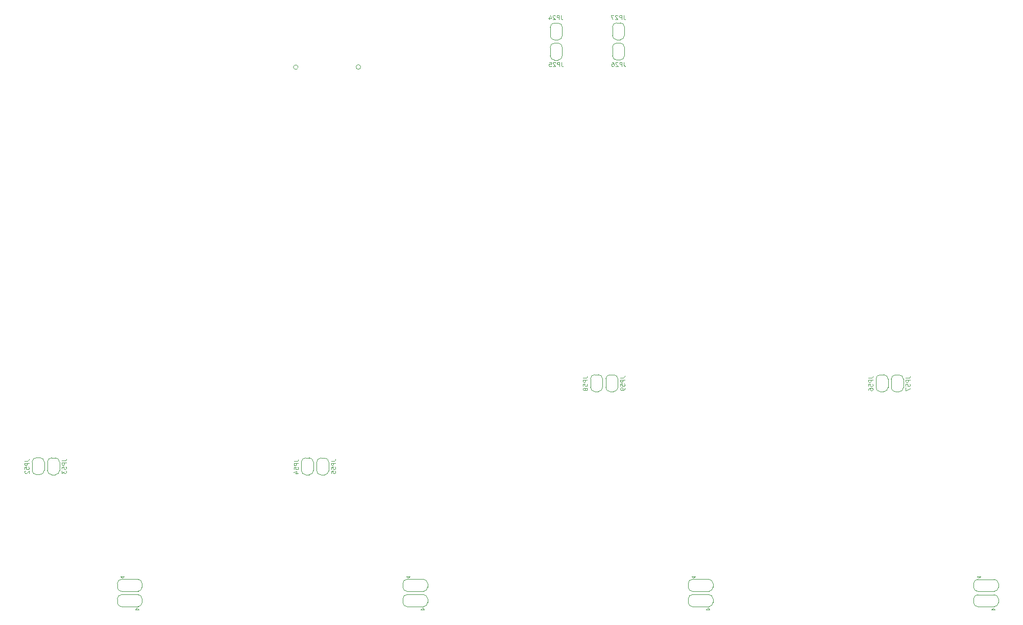
<source format=gbr>
%TF.GenerationSoftware,KiCad,Pcbnew,(6.0.4-0)*%
%TF.CreationDate,2022-05-25T01:46:17+02:00*%
%TF.ProjectId,decaVox,64656361-566f-4782-9e6b-696361645f70,rev?*%
%TF.SameCoordinates,Original*%
%TF.FileFunction,Legend,Bot*%
%TF.FilePolarity,Positive*%
%FSLAX46Y46*%
G04 Gerber Fmt 4.6, Leading zero omitted, Abs format (unit mm)*
G04 Created by KiCad (PCBNEW (6.0.4-0)) date 2022-05-25 01:46:17*
%MOMM*%
%LPD*%
G01*
G04 APERTURE LIST*
%ADD10C,0.100000*%
%ADD11C,0.120000*%
G04 APERTURE END LIST*
D10*
%TO.C,JP27*%
X213463866Y-107079466D02*
X213463866Y-107579466D01*
X213497200Y-107679466D01*
X213563866Y-107746133D01*
X213663866Y-107779466D01*
X213730533Y-107779466D01*
X213130533Y-107779466D02*
X213130533Y-107079466D01*
X212863866Y-107079466D01*
X212797200Y-107112800D01*
X212763866Y-107146133D01*
X212730533Y-107212800D01*
X212730533Y-107312800D01*
X212763866Y-107379466D01*
X212797200Y-107412800D01*
X212863866Y-107446133D01*
X213130533Y-107446133D01*
X212463866Y-107146133D02*
X212430533Y-107112800D01*
X212363866Y-107079466D01*
X212197200Y-107079466D01*
X212130533Y-107112800D01*
X212097200Y-107146133D01*
X212063866Y-107212800D01*
X212063866Y-107279466D01*
X212097200Y-107379466D01*
X212497200Y-107779466D01*
X212063866Y-107779466D01*
X211830533Y-107079466D02*
X211363866Y-107079466D01*
X211663866Y-107779466D01*
%TO.C,JP25*%
X203151466Y-114871466D02*
X203151466Y-115371466D01*
X203184800Y-115471466D01*
X203251466Y-115538133D01*
X203351466Y-115571466D01*
X203418133Y-115571466D01*
X202818133Y-115571466D02*
X202818133Y-114871466D01*
X202551466Y-114871466D01*
X202484800Y-114904800D01*
X202451466Y-114938133D01*
X202418133Y-115004800D01*
X202418133Y-115104800D01*
X202451466Y-115171466D01*
X202484800Y-115204800D01*
X202551466Y-115238133D01*
X202818133Y-115238133D01*
X202151466Y-114938133D02*
X202118133Y-114904800D01*
X202051466Y-114871466D01*
X201884800Y-114871466D01*
X201818133Y-114904800D01*
X201784800Y-114938133D01*
X201751466Y-115004800D01*
X201751466Y-115071466D01*
X201784800Y-115171466D01*
X202184800Y-115571466D01*
X201751466Y-115571466D01*
X201118133Y-114871466D02*
X201451466Y-114871466D01*
X201484800Y-115204800D01*
X201451466Y-115171466D01*
X201384800Y-115138133D01*
X201218133Y-115138133D01*
X201151466Y-115171466D01*
X201118133Y-115204800D01*
X201084800Y-115271466D01*
X201084800Y-115438133D01*
X201118133Y-115504800D01*
X201151466Y-115538133D01*
X201218133Y-115571466D01*
X201384800Y-115571466D01*
X201451466Y-115538133D01*
X201484800Y-115504800D01*
%TO.C,JP54*%
X158773066Y-181008833D02*
X159273066Y-181008833D01*
X159373066Y-180975500D01*
X159439733Y-180908833D01*
X159473066Y-180808833D01*
X159473066Y-180742166D01*
X159473066Y-181342166D02*
X158773066Y-181342166D01*
X158773066Y-181608833D01*
X158806400Y-181675500D01*
X158839733Y-181708833D01*
X158906400Y-181742166D01*
X159006400Y-181742166D01*
X159073066Y-181708833D01*
X159106400Y-181675500D01*
X159139733Y-181608833D01*
X159139733Y-181342166D01*
X158773066Y-182375500D02*
X158773066Y-182042166D01*
X159106400Y-182008833D01*
X159073066Y-182042166D01*
X159039733Y-182108833D01*
X159039733Y-182275500D01*
X159073066Y-182342166D01*
X159106400Y-182375500D01*
X159173066Y-182408833D01*
X159339733Y-182408833D01*
X159406400Y-182375500D01*
X159439733Y-182342166D01*
X159473066Y-182275500D01*
X159473066Y-182108833D01*
X159439733Y-182042166D01*
X159406400Y-182008833D01*
X159006400Y-183008833D02*
X159473066Y-183008833D01*
X158739733Y-182842166D02*
X159239733Y-182675500D01*
X159239733Y-183108833D01*
%TO.C,JP26*%
X213514666Y-114851866D02*
X213514666Y-115351866D01*
X213548000Y-115451866D01*
X213614666Y-115518533D01*
X213714666Y-115551866D01*
X213781333Y-115551866D01*
X213181333Y-115551866D02*
X213181333Y-114851866D01*
X212914666Y-114851866D01*
X212848000Y-114885200D01*
X212814666Y-114918533D01*
X212781333Y-114985200D01*
X212781333Y-115085200D01*
X212814666Y-115151866D01*
X212848000Y-115185200D01*
X212914666Y-115218533D01*
X213181333Y-115218533D01*
X212514666Y-114918533D02*
X212481333Y-114885200D01*
X212414666Y-114851866D01*
X212248000Y-114851866D01*
X212181333Y-114885200D01*
X212148000Y-114918533D01*
X212114666Y-114985200D01*
X212114666Y-115051866D01*
X212148000Y-115151866D01*
X212548000Y-115551866D01*
X212114666Y-115551866D01*
X211514666Y-114851866D02*
X211648000Y-114851866D01*
X211714666Y-114885200D01*
X211748000Y-114918533D01*
X211814666Y-115018533D01*
X211848000Y-115151866D01*
X211848000Y-115418533D01*
X211814666Y-115485200D01*
X211781333Y-115518533D01*
X211714666Y-115551866D01*
X211581333Y-115551866D01*
X211514666Y-115518533D01*
X211481333Y-115485200D01*
X211448000Y-115418533D01*
X211448000Y-115251866D01*
X211481333Y-115185200D01*
X211514666Y-115151866D01*
X211581333Y-115118533D01*
X211714666Y-115118533D01*
X211781333Y-115151866D01*
X211814666Y-115185200D01*
X211848000Y-115251866D01*
%TO.C,JP55*%
X164967266Y-180983433D02*
X165467266Y-180983433D01*
X165567266Y-180950100D01*
X165633933Y-180883433D01*
X165667266Y-180783433D01*
X165667266Y-180716766D01*
X165667266Y-181316766D02*
X164967266Y-181316766D01*
X164967266Y-181583433D01*
X165000600Y-181650100D01*
X165033933Y-181683433D01*
X165100600Y-181716766D01*
X165200600Y-181716766D01*
X165267266Y-181683433D01*
X165300600Y-181650100D01*
X165333933Y-181583433D01*
X165333933Y-181316766D01*
X164967266Y-182350100D02*
X164967266Y-182016766D01*
X165300600Y-181983433D01*
X165267266Y-182016766D01*
X165233933Y-182083433D01*
X165233933Y-182250100D01*
X165267266Y-182316766D01*
X165300600Y-182350100D01*
X165367266Y-182383433D01*
X165533933Y-182383433D01*
X165600600Y-182350100D01*
X165633933Y-182316766D01*
X165667266Y-182250100D01*
X165667266Y-182083433D01*
X165633933Y-182016766D01*
X165600600Y-181983433D01*
X164967266Y-183016766D02*
X164967266Y-182683433D01*
X165300600Y-182650100D01*
X165267266Y-182683433D01*
X165233933Y-182750100D01*
X165233933Y-182916766D01*
X165267266Y-182983433D01*
X165300600Y-183016766D01*
X165367266Y-183050100D01*
X165533933Y-183050100D01*
X165600600Y-183016766D01*
X165633933Y-182983433D01*
X165667266Y-182916766D01*
X165667266Y-182750100D01*
X165633933Y-182683433D01*
X165600600Y-182650100D01*
%TO.C,JP52*%
X114119866Y-180983433D02*
X114619866Y-180983433D01*
X114719866Y-180950100D01*
X114786533Y-180883433D01*
X114819866Y-180783433D01*
X114819866Y-180716766D01*
X114819866Y-181316766D02*
X114119866Y-181316766D01*
X114119866Y-181583433D01*
X114153200Y-181650100D01*
X114186533Y-181683433D01*
X114253200Y-181716766D01*
X114353200Y-181716766D01*
X114419866Y-181683433D01*
X114453200Y-181650100D01*
X114486533Y-181583433D01*
X114486533Y-181316766D01*
X114119866Y-182350100D02*
X114119866Y-182016766D01*
X114453200Y-181983433D01*
X114419866Y-182016766D01*
X114386533Y-182083433D01*
X114386533Y-182250100D01*
X114419866Y-182316766D01*
X114453200Y-182350100D01*
X114519866Y-182383433D01*
X114686533Y-182383433D01*
X114753200Y-182350100D01*
X114786533Y-182316766D01*
X114819866Y-182250100D01*
X114819866Y-182083433D01*
X114786533Y-182016766D01*
X114753200Y-181983433D01*
X114186533Y-182650100D02*
X114153200Y-182683433D01*
X114119866Y-182750100D01*
X114119866Y-182916766D01*
X114153200Y-182983433D01*
X114186533Y-183016766D01*
X114253200Y-183050100D01*
X114319866Y-183050100D01*
X114419866Y-183016766D01*
X114819866Y-182616766D01*
X114819866Y-183050100D01*
%TO.C,JP57*%
X260268066Y-167205933D02*
X260768066Y-167205933D01*
X260868066Y-167172600D01*
X260934733Y-167105933D01*
X260968066Y-167005933D01*
X260968066Y-166939266D01*
X260968066Y-167539266D02*
X260268066Y-167539266D01*
X260268066Y-167805933D01*
X260301400Y-167872600D01*
X260334733Y-167905933D01*
X260401400Y-167939266D01*
X260501400Y-167939266D01*
X260568066Y-167905933D01*
X260601400Y-167872600D01*
X260634733Y-167805933D01*
X260634733Y-167539266D01*
X260268066Y-168572600D02*
X260268066Y-168239266D01*
X260601400Y-168205933D01*
X260568066Y-168239266D01*
X260534733Y-168305933D01*
X260534733Y-168472600D01*
X260568066Y-168539266D01*
X260601400Y-168572600D01*
X260668066Y-168605933D01*
X260834733Y-168605933D01*
X260901400Y-168572600D01*
X260934733Y-168539266D01*
X260968066Y-168472600D01*
X260968066Y-168305933D01*
X260934733Y-168239266D01*
X260901400Y-168205933D01*
X260268066Y-168839266D02*
X260268066Y-169305933D01*
X260968066Y-169005933D01*
%TO.C,JP24*%
X203100666Y-107109466D02*
X203100666Y-107609466D01*
X203134000Y-107709466D01*
X203200666Y-107776133D01*
X203300666Y-107809466D01*
X203367333Y-107809466D01*
X202767333Y-107809466D02*
X202767333Y-107109466D01*
X202500666Y-107109466D01*
X202434000Y-107142800D01*
X202400666Y-107176133D01*
X202367333Y-107242800D01*
X202367333Y-107342800D01*
X202400666Y-107409466D01*
X202434000Y-107442800D01*
X202500666Y-107476133D01*
X202767333Y-107476133D01*
X202100666Y-107176133D02*
X202067333Y-107142800D01*
X202000666Y-107109466D01*
X201834000Y-107109466D01*
X201767333Y-107142800D01*
X201734000Y-107176133D01*
X201700666Y-107242800D01*
X201700666Y-107309466D01*
X201734000Y-107409466D01*
X202134000Y-107809466D01*
X201700666Y-107809466D01*
X201100666Y-107342800D02*
X201100666Y-107809466D01*
X201267333Y-107076133D02*
X201434000Y-107576133D01*
X201000666Y-107576133D01*
%TO.C,JP53*%
X120314066Y-180958033D02*
X120814066Y-180958033D01*
X120914066Y-180924700D01*
X120980733Y-180858033D01*
X121014066Y-180758033D01*
X121014066Y-180691366D01*
X121014066Y-181291366D02*
X120314066Y-181291366D01*
X120314066Y-181558033D01*
X120347400Y-181624700D01*
X120380733Y-181658033D01*
X120447400Y-181691366D01*
X120547400Y-181691366D01*
X120614066Y-181658033D01*
X120647400Y-181624700D01*
X120680733Y-181558033D01*
X120680733Y-181291366D01*
X120314066Y-182324700D02*
X120314066Y-181991366D01*
X120647400Y-181958033D01*
X120614066Y-181991366D01*
X120580733Y-182058033D01*
X120580733Y-182224700D01*
X120614066Y-182291366D01*
X120647400Y-182324700D01*
X120714066Y-182358033D01*
X120880733Y-182358033D01*
X120947400Y-182324700D01*
X120980733Y-182291366D01*
X121014066Y-182224700D01*
X121014066Y-182058033D01*
X120980733Y-181991366D01*
X120947400Y-181958033D01*
X120314066Y-182591366D02*
X120314066Y-183024700D01*
X120580733Y-182791366D01*
X120580733Y-182891366D01*
X120614066Y-182958033D01*
X120647400Y-182991366D01*
X120714066Y-183024700D01*
X120880733Y-183024700D01*
X120947400Y-182991366D01*
X120980733Y-182958033D01*
X121014066Y-182891366D01*
X121014066Y-182691366D01*
X120980733Y-182624700D01*
X120947400Y-182591366D01*
%TO.C,JP58*%
X206728266Y-167205933D02*
X207228266Y-167205933D01*
X207328266Y-167172600D01*
X207394933Y-167105933D01*
X207428266Y-167005933D01*
X207428266Y-166939266D01*
X207428266Y-167539266D02*
X206728266Y-167539266D01*
X206728266Y-167805933D01*
X206761600Y-167872600D01*
X206794933Y-167905933D01*
X206861600Y-167939266D01*
X206961600Y-167939266D01*
X207028266Y-167905933D01*
X207061600Y-167872600D01*
X207094933Y-167805933D01*
X207094933Y-167539266D01*
X206728266Y-168572600D02*
X206728266Y-168239266D01*
X207061600Y-168205933D01*
X207028266Y-168239266D01*
X206994933Y-168305933D01*
X206994933Y-168472600D01*
X207028266Y-168539266D01*
X207061600Y-168572600D01*
X207128266Y-168605933D01*
X207294933Y-168605933D01*
X207361600Y-168572600D01*
X207394933Y-168539266D01*
X207428266Y-168472600D01*
X207428266Y-168305933D01*
X207394933Y-168239266D01*
X207361600Y-168205933D01*
X207028266Y-169005933D02*
X206994933Y-168939266D01*
X206961600Y-168905933D01*
X206894933Y-168872600D01*
X206861600Y-168872600D01*
X206794933Y-168905933D01*
X206761600Y-168939266D01*
X206728266Y-169005933D01*
X206728266Y-169139266D01*
X206761600Y-169205933D01*
X206794933Y-169239266D01*
X206861600Y-169272600D01*
X206894933Y-169272600D01*
X206961600Y-169239266D01*
X206994933Y-169205933D01*
X207028266Y-169139266D01*
X207028266Y-169005933D01*
X207061600Y-168939266D01*
X207094933Y-168905933D01*
X207161600Y-168872600D01*
X207294933Y-168872600D01*
X207361600Y-168905933D01*
X207394933Y-168939266D01*
X207428266Y-169005933D01*
X207428266Y-169139266D01*
X207394933Y-169205933D01*
X207361600Y-169239266D01*
X207294933Y-169272600D01*
X207161600Y-169272600D01*
X207094933Y-169239266D01*
X207061600Y-169205933D01*
X207028266Y-169139266D01*
%TO.C,JP56*%
X254073866Y-167231333D02*
X254573866Y-167231333D01*
X254673866Y-167198000D01*
X254740533Y-167131333D01*
X254773866Y-167031333D01*
X254773866Y-166964666D01*
X254773866Y-167564666D02*
X254073866Y-167564666D01*
X254073866Y-167831333D01*
X254107200Y-167898000D01*
X254140533Y-167931333D01*
X254207200Y-167964666D01*
X254307200Y-167964666D01*
X254373866Y-167931333D01*
X254407200Y-167898000D01*
X254440533Y-167831333D01*
X254440533Y-167564666D01*
X254073866Y-168598000D02*
X254073866Y-168264666D01*
X254407200Y-168231333D01*
X254373866Y-168264666D01*
X254340533Y-168331333D01*
X254340533Y-168498000D01*
X254373866Y-168564666D01*
X254407200Y-168598000D01*
X254473866Y-168631333D01*
X254640533Y-168631333D01*
X254707200Y-168598000D01*
X254740533Y-168564666D01*
X254773866Y-168498000D01*
X254773866Y-168331333D01*
X254740533Y-168264666D01*
X254707200Y-168231333D01*
X254073866Y-169231333D02*
X254073866Y-169098000D01*
X254107200Y-169031333D01*
X254140533Y-168998000D01*
X254240533Y-168931333D01*
X254373866Y-168898000D01*
X254640533Y-168898000D01*
X254707200Y-168931333D01*
X254740533Y-168964666D01*
X254773866Y-169031333D01*
X254773866Y-169164666D01*
X254740533Y-169231333D01*
X254707200Y-169264666D01*
X254640533Y-169298000D01*
X254473866Y-169298000D01*
X254407200Y-169264666D01*
X254373866Y-169231333D01*
X254340533Y-169164666D01*
X254340533Y-169031333D01*
X254373866Y-168964666D01*
X254407200Y-168931333D01*
X254473866Y-168898000D01*
%TO.C,JP59*%
X212922466Y-167180533D02*
X213422466Y-167180533D01*
X213522466Y-167147200D01*
X213589133Y-167080533D01*
X213622466Y-166980533D01*
X213622466Y-166913866D01*
X213622466Y-167513866D02*
X212922466Y-167513866D01*
X212922466Y-167780533D01*
X212955800Y-167847200D01*
X212989133Y-167880533D01*
X213055800Y-167913866D01*
X213155800Y-167913866D01*
X213222466Y-167880533D01*
X213255800Y-167847200D01*
X213289133Y-167780533D01*
X213289133Y-167513866D01*
X212922466Y-168547200D02*
X212922466Y-168213866D01*
X213255800Y-168180533D01*
X213222466Y-168213866D01*
X213189133Y-168280533D01*
X213189133Y-168447200D01*
X213222466Y-168513866D01*
X213255800Y-168547200D01*
X213322466Y-168580533D01*
X213489133Y-168580533D01*
X213555800Y-168547200D01*
X213589133Y-168513866D01*
X213622466Y-168447200D01*
X213622466Y-168280533D01*
X213589133Y-168213866D01*
X213555800Y-168180533D01*
X213622466Y-168913866D02*
X213622466Y-169047200D01*
X213589133Y-169113866D01*
X213555800Y-169147200D01*
X213455800Y-169213866D01*
X213322466Y-169247200D01*
X213055800Y-169247200D01*
X212989133Y-169213866D01*
X212955800Y-169180533D01*
X212922466Y-169113866D01*
X212922466Y-168980533D01*
X212955800Y-168913866D01*
X212989133Y-168880533D01*
X213055800Y-168847200D01*
X213222466Y-168847200D01*
X213289133Y-168880533D01*
X213322466Y-168913866D01*
X213355800Y-168980533D01*
X213355800Y-169113866D01*
X213322466Y-169180533D01*
X213289133Y-169213866D01*
X213222466Y-169247200D01*
D11*
%TO.C,J9*%
X159461200Y-115692596D02*
G75*
G03*
X159461200Y-115692596I-381000J0D01*
G01*
%TO.C,J8*%
X169849800Y-115666396D02*
G75*
G03*
X169849800Y-115666396I-381000J0D01*
G01*
%TO.C,JP45*%
X130142950Y-205155800D02*
X132942950Y-205155800D01*
X129492950Y-203855800D02*
X129492950Y-204455800D01*
X132742950Y-205355800D02*
X133042950Y-205655800D01*
X132742950Y-205355800D02*
X132442950Y-205655800D01*
X133042950Y-205655800D02*
X132442950Y-205655800D01*
X133592950Y-204455800D02*
X133592950Y-203855800D01*
X132942950Y-203155800D02*
X130142950Y-203155800D01*
X132892950Y-205155800D02*
G75*
G03*
X133592950Y-204455800I1J699999D01*
G01*
X133592950Y-203855800D02*
G75*
G03*
X132892950Y-203155800I-699999J1D01*
G01*
X130192950Y-203155800D02*
G75*
G03*
X129492950Y-203855800I0J-700000D01*
G01*
X129492950Y-204455800D02*
G75*
G03*
X130192950Y-205155800I700000J0D01*
G01*
%TO.C,JP50*%
X224827500Y-202613500D02*
X227627500Y-202613500D01*
X228277500Y-201913500D02*
X228277500Y-201313500D01*
X224727500Y-200113500D02*
X225327500Y-200113500D01*
X225027500Y-200413500D02*
X225327500Y-200113500D01*
X225027500Y-200413500D02*
X224727500Y-200113500D01*
X224177500Y-201313500D02*
X224177500Y-201913500D01*
X227627500Y-200613500D02*
X224827500Y-200613500D01*
X224177500Y-201913500D02*
G75*
G03*
X224877500Y-202613500I699999J-1D01*
G01*
X228277500Y-201313500D02*
G75*
G03*
X227577500Y-200613500I-700000J0D01*
G01*
X224877500Y-200613500D02*
G75*
G03*
X224177500Y-201313500I-1J-699999D01*
G01*
X227577500Y-202613500D02*
G75*
G03*
X228277500Y-201913500I0J700000D01*
G01*
%TO.C,JP27*%
X213598000Y-110438400D02*
X213598000Y-109038400D01*
X212898000Y-108338400D02*
X212298000Y-108338400D01*
X212298000Y-111138400D02*
X212898000Y-111138400D01*
X211598000Y-109038400D02*
X211598000Y-110438400D01*
X212298000Y-108338400D02*
G75*
G03*
X211598000Y-109038400I-1J-699999D01*
G01*
X211598000Y-110438400D02*
G75*
G03*
X212298000Y-111138400I700000J0D01*
G01*
X213598000Y-109038400D02*
G75*
G03*
X212898000Y-108338400I-699999J1D01*
G01*
X212898000Y-111138400D02*
G75*
G03*
X213598000Y-110438400I0J700000D01*
G01*
%TO.C,JP48*%
X271508050Y-201325350D02*
X271508050Y-201925350D01*
X272158050Y-202625350D02*
X274958050Y-202625350D01*
X272358050Y-200425350D02*
X272058050Y-200125350D01*
X274958050Y-200625350D02*
X272158050Y-200625350D01*
X275608050Y-201925350D02*
X275608050Y-201325350D01*
X272358050Y-200425350D02*
X272658050Y-200125350D01*
X272058050Y-200125350D02*
X272658050Y-200125350D01*
X271508050Y-201925350D02*
G75*
G03*
X272208050Y-202625350I699999J-1D01*
G01*
X274908050Y-202625350D02*
G75*
G03*
X275608050Y-201925350I0J700000D01*
G01*
X272208050Y-200625350D02*
G75*
G03*
X271508050Y-201325350I-1J-699999D01*
G01*
X275608050Y-201325350D02*
G75*
G03*
X274908050Y-200625350I-700000J0D01*
G01*
%TO.C,JP25*%
X201985600Y-114510800D02*
X202585600Y-114510800D01*
X203285600Y-113810800D02*
X203285600Y-112410800D01*
X202585600Y-111710800D02*
X201985600Y-111710800D01*
X201285600Y-112410800D02*
X201285600Y-113810800D01*
X201285600Y-113810800D02*
G75*
G03*
X201985600Y-114510800I700000J0D01*
G01*
X201985600Y-111710800D02*
G75*
G03*
X201285600Y-112410800I-1J-699999D01*
G01*
X202585600Y-114510800D02*
G75*
G03*
X203285600Y-113810800I0J700000D01*
G01*
X203285600Y-112410800D02*
G75*
G03*
X202585600Y-111710800I-699999J1D01*
G01*
%TO.C,JP54*%
X160010600Y-181174700D02*
X160010600Y-182574700D01*
X161310600Y-180474700D02*
X160710600Y-180474700D01*
X160710600Y-183274700D02*
X161310600Y-183274700D01*
X162010600Y-182574700D02*
X162010600Y-181174700D01*
X161310600Y-183274700D02*
G75*
G03*
X162010600Y-182574700I1J699999D01*
G01*
X162010600Y-181174700D02*
G75*
G03*
X161310600Y-180474700I-700000J0D01*
G01*
X160710600Y-180474700D02*
G75*
G03*
X160010600Y-181174700I0J-700000D01*
G01*
X160010600Y-182574700D02*
G75*
G03*
X160710600Y-183274700I699999J-1D01*
G01*
%TO.C,JP46*%
X180294750Y-200615800D02*
X177494750Y-200615800D01*
X176844750Y-201315800D02*
X176844750Y-201915800D01*
X177694750Y-200415800D02*
X177394750Y-200115800D01*
X177494750Y-202615800D02*
X180294750Y-202615800D01*
X177394750Y-200115800D02*
X177994750Y-200115800D01*
X180944750Y-201915800D02*
X180944750Y-201315800D01*
X177694750Y-200415800D02*
X177994750Y-200115800D01*
X180244750Y-202615800D02*
G75*
G03*
X180944750Y-201915800I0J700000D01*
G01*
X177544750Y-200615800D02*
G75*
G03*
X176844750Y-201315800I-1J-699999D01*
G01*
X180944750Y-201315800D02*
G75*
G03*
X180244750Y-200615800I-700000J0D01*
G01*
X176844750Y-201915800D02*
G75*
G03*
X177544750Y-202615800I699999J-1D01*
G01*
%TO.C,JP26*%
X212298000Y-114501600D02*
X212898000Y-114501600D01*
X212898000Y-111701600D02*
X212298000Y-111701600D01*
X213598000Y-113801600D02*
X213598000Y-112401600D01*
X211598000Y-112401600D02*
X211598000Y-113801600D01*
X211598000Y-113801600D02*
G75*
G03*
X212298000Y-114501600I700000J0D01*
G01*
X213598000Y-112401600D02*
G75*
G03*
X212898000Y-111701600I-699999J1D01*
G01*
X212898000Y-114501600D02*
G75*
G03*
X213598000Y-113801600I0J700000D01*
G01*
X212298000Y-111701600D02*
G75*
G03*
X211598000Y-112401600I-1J-699999D01*
G01*
%TO.C,JP55*%
X164550600Y-182600100D02*
X164550600Y-181200100D01*
X163850600Y-180500100D02*
X163250600Y-180500100D01*
X163250600Y-183300100D02*
X163850600Y-183300100D01*
X162550600Y-181200100D02*
X162550600Y-182600100D01*
X162550600Y-182600100D02*
G75*
G03*
X163250600Y-183300100I699999J-1D01*
G01*
X164550600Y-181200100D02*
G75*
G03*
X163850600Y-180500100I-700000J0D01*
G01*
X163250600Y-180500100D02*
G75*
G03*
X162550600Y-181200100I0J-700000D01*
G01*
X163850600Y-183300100D02*
G75*
G03*
X164550600Y-182600100I1J699999D01*
G01*
%TO.C,JP52*%
X115357400Y-181149300D02*
X115357400Y-182549300D01*
X117357400Y-182549300D02*
X117357400Y-181149300D01*
X116657400Y-180449300D02*
X116057400Y-180449300D01*
X116057400Y-183249300D02*
X116657400Y-183249300D01*
X116657400Y-183249300D02*
G75*
G03*
X117357400Y-182549300I1J699999D01*
G01*
X115357400Y-182549300D02*
G75*
G03*
X116057400Y-183249300I699999J-1D01*
G01*
X116057400Y-180449300D02*
G75*
G03*
X115357400Y-181149300I0J-700000D01*
G01*
X117357400Y-181149300D02*
G75*
G03*
X116657400Y-180449300I-700000J0D01*
G01*
%TO.C,JP57*%
X259151400Y-166722600D02*
X258551400Y-166722600D01*
X259851400Y-168822600D02*
X259851400Y-167422600D01*
X258551400Y-169522600D02*
X259151400Y-169522600D01*
X257851400Y-167422600D02*
X257851400Y-168822600D01*
X258551400Y-166722600D02*
G75*
G03*
X257851400Y-167422600I0J-700000D01*
G01*
X259851400Y-167422600D02*
G75*
G03*
X259151400Y-166722600I-700000J0D01*
G01*
X259151400Y-169522600D02*
G75*
G03*
X259851400Y-168822600I1J699999D01*
G01*
X257851400Y-168822600D02*
G75*
G03*
X258551400Y-169522600I699999J-1D01*
G01*
%TO.C,JP24*%
X201985600Y-111178800D02*
X202585600Y-111178800D01*
X203285600Y-110478800D02*
X203285600Y-109078800D01*
X202585600Y-108378800D02*
X201985600Y-108378800D01*
X201285600Y-109078800D02*
X201285600Y-110478800D01*
X202585600Y-111178800D02*
G75*
G03*
X203285600Y-110478800I0J700000D01*
G01*
X201285600Y-110478800D02*
G75*
G03*
X201985600Y-111178800I700000J0D01*
G01*
X203285600Y-109078800D02*
G75*
G03*
X202585600Y-108378800I-699999J1D01*
G01*
X201985600Y-108378800D02*
G75*
G03*
X201285600Y-109078800I-1J-699999D01*
G01*
%TO.C,JP53*%
X118597400Y-183274700D02*
X119197400Y-183274700D01*
X119197400Y-180474700D02*
X118597400Y-180474700D01*
X117897400Y-181174700D02*
X117897400Y-182574700D01*
X119897400Y-182574700D02*
X119897400Y-181174700D01*
X118597400Y-180474700D02*
G75*
G03*
X117897400Y-181174700I0J-700000D01*
G01*
X119197400Y-183274700D02*
G75*
G03*
X119897400Y-182574700I1J699999D01*
G01*
X119897400Y-181174700D02*
G75*
G03*
X119197400Y-180474700I-700000J0D01*
G01*
X117897400Y-182574700D02*
G75*
G03*
X118597400Y-183274700I699999J-1D01*
G01*
%TO.C,JP44*%
X133588350Y-201915800D02*
X133588350Y-201315800D01*
X129488350Y-201315800D02*
X129488350Y-201915800D01*
X130338350Y-200415800D02*
X130038350Y-200115800D01*
X130138350Y-202615800D02*
X132938350Y-202615800D01*
X130038350Y-200115800D02*
X130638350Y-200115800D01*
X132938350Y-200615800D02*
X130138350Y-200615800D01*
X130338350Y-200415800D02*
X130638350Y-200115800D01*
X132888350Y-202615800D02*
G75*
G03*
X133588350Y-201915800I0J700000D01*
G01*
X129488350Y-201915800D02*
G75*
G03*
X130188350Y-202615800I699999J-1D01*
G01*
X130188350Y-200615800D02*
G75*
G03*
X129488350Y-201315800I-1J-699999D01*
G01*
X133588350Y-201315800D02*
G75*
G03*
X132888350Y-200615800I-700000J0D01*
G01*
%TO.C,JP51*%
X227732100Y-205653500D02*
X227132100Y-205653500D01*
X227432100Y-205353500D02*
X227132100Y-205653500D01*
X224832100Y-205153500D02*
X227632100Y-205153500D01*
X228282100Y-204453500D02*
X228282100Y-203853500D01*
X227632100Y-203153500D02*
X224832100Y-203153500D01*
X227432100Y-205353500D02*
X227732100Y-205653500D01*
X224182100Y-203853500D02*
X224182100Y-204453500D01*
X228282100Y-203853500D02*
G75*
G03*
X227582100Y-203153500I-699999J1D01*
G01*
X224182100Y-204453500D02*
G75*
G03*
X224882100Y-205153500I700000J0D01*
G01*
X227582100Y-205153500D02*
G75*
G03*
X228282100Y-204453500I1J699999D01*
G01*
X224882100Y-203153500D02*
G75*
G03*
X224182100Y-203853500I0J-700000D01*
G01*
%TO.C,JP49*%
X272162650Y-205165350D02*
X274962650Y-205165350D01*
X274962650Y-203165350D02*
X272162650Y-203165350D01*
X271512650Y-203865350D02*
X271512650Y-204465350D01*
X275062650Y-205665350D02*
X274462650Y-205665350D01*
X275612650Y-204465350D02*
X275612650Y-203865350D01*
X274762650Y-205365350D02*
X274462650Y-205665350D01*
X274762650Y-205365350D02*
X275062650Y-205665350D01*
X274912650Y-205165350D02*
G75*
G03*
X275612650Y-204465350I1J699999D01*
G01*
X275612650Y-203865350D02*
G75*
G03*
X274912650Y-203165350I-699999J1D01*
G01*
X271512650Y-204465350D02*
G75*
G03*
X272212650Y-205165350I700000J0D01*
G01*
X272212650Y-203165350D02*
G75*
G03*
X271512650Y-203865350I0J-700000D01*
G01*
%TO.C,JP47*%
X180099350Y-205355800D02*
X179799350Y-205655800D01*
X176849350Y-203855800D02*
X176849350Y-204455800D01*
X180299350Y-203155800D02*
X177499350Y-203155800D01*
X180949350Y-204455800D02*
X180949350Y-203855800D01*
X177499350Y-205155800D02*
X180299350Y-205155800D01*
X180399350Y-205655800D02*
X179799350Y-205655800D01*
X180099350Y-205355800D02*
X180399350Y-205655800D01*
X177549350Y-203155800D02*
G75*
G03*
X176849350Y-203855800I0J-700000D01*
G01*
X180249350Y-205155800D02*
G75*
G03*
X180949350Y-204455800I1J699999D01*
G01*
X180949350Y-203855800D02*
G75*
G03*
X180249350Y-203155800I-699999J1D01*
G01*
X176849350Y-204455800D02*
G75*
G03*
X177549350Y-205155800I700000J0D01*
G01*
%TO.C,JP58*%
X209965800Y-168771800D02*
X209965800Y-167371800D01*
X209265800Y-166671800D02*
X208665800Y-166671800D01*
X207965800Y-167371800D02*
X207965800Y-168771800D01*
X208665800Y-169471800D02*
X209265800Y-169471800D01*
X209965800Y-167371800D02*
G75*
G03*
X209265800Y-166671800I-700000J0D01*
G01*
X208665800Y-166671800D02*
G75*
G03*
X207965800Y-167371800I0J-700000D01*
G01*
X209265800Y-169471800D02*
G75*
G03*
X209965800Y-168771800I1J699999D01*
G01*
X207965800Y-168771800D02*
G75*
G03*
X208665800Y-169471800I699999J-1D01*
G01*
%TO.C,JP56*%
X255311400Y-167397200D02*
X255311400Y-168797200D01*
X256011400Y-169497200D02*
X256611400Y-169497200D01*
X256611400Y-166697200D02*
X256011400Y-166697200D01*
X257311400Y-168797200D02*
X257311400Y-167397200D01*
X256011400Y-166697200D02*
G75*
G03*
X255311400Y-167397200I0J-700000D01*
G01*
X257311400Y-167397200D02*
G75*
G03*
X256611400Y-166697200I-700000J0D01*
G01*
X256611400Y-169497200D02*
G75*
G03*
X257311400Y-168797200I1J699999D01*
G01*
X255311400Y-168797200D02*
G75*
G03*
X256011400Y-169497200I699999J-1D01*
G01*
%TO.C,JP59*%
X210505800Y-167397200D02*
X210505800Y-168797200D01*
X212505800Y-168797200D02*
X212505800Y-167397200D01*
X211205800Y-169497200D02*
X211805800Y-169497200D01*
X211805800Y-166697200D02*
X211205800Y-166697200D01*
X210505800Y-168797200D02*
G75*
G03*
X211205800Y-169497200I699999J-1D01*
G01*
X211805800Y-169497200D02*
G75*
G03*
X212505800Y-168797200I1J699999D01*
G01*
X212505800Y-167397200D02*
G75*
G03*
X211805800Y-166697200I-700000J0D01*
G01*
X211205800Y-166697200D02*
G75*
G03*
X210505800Y-167397200I0J-700000D01*
G01*
%TD*%
M02*

</source>
